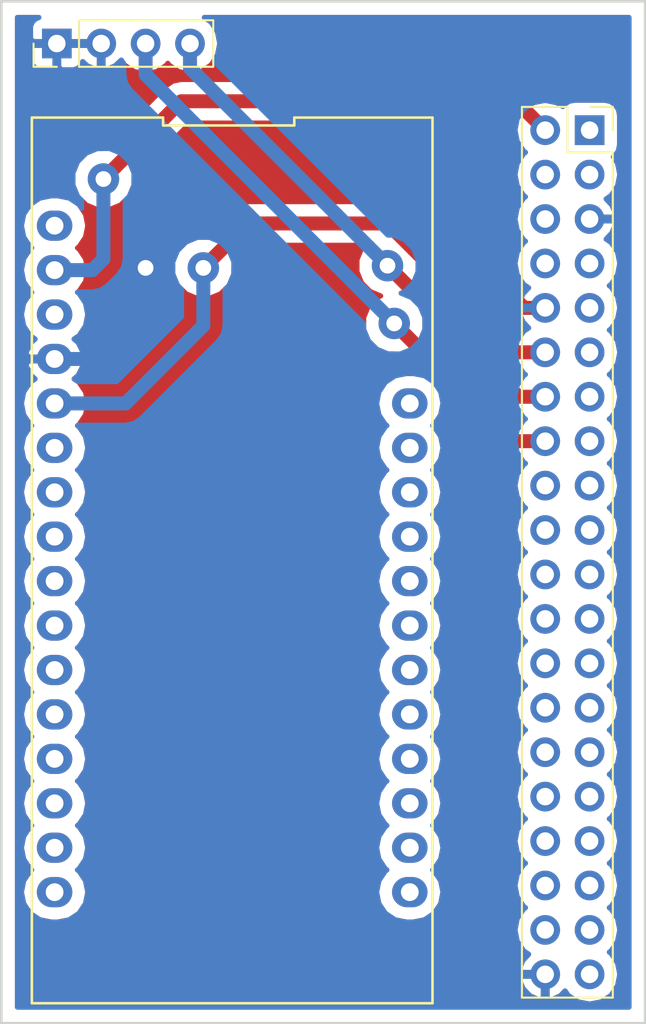
<source format=kicad_pcb>
(kicad_pcb (version 4) (host pcbnew 4.0.7-e2-6376~58~ubuntu16.04.1)

  (general
    (links 9)
    (no_connects 4)
    (area 98.984999 79.934999 135.965001 138.505001)
    (thickness 1.6)
    (drawings 4)
    (tracks 46)
    (zones 0)
    (modules 3)
    (nets 64)
  )

  (page A4)
  (layers
    (0 F.Cu signal)
    (31 B.Cu signal)
    (32 B.Adhes user)
    (33 F.Adhes user)
    (34 B.Paste user)
    (35 F.Paste user)
    (36 B.SilkS user)
    (37 F.SilkS user)
    (38 B.Mask user)
    (39 F.Mask user)
    (40 Dwgs.User user)
    (41 Cmts.User user)
    (42 Eco1.User user)
    (43 Eco2.User user)
    (44 Edge.Cuts user)
    (45 Margin user)
    (46 B.CrtYd user)
    (47 F.CrtYd user)
    (48 B.Fab user)
    (49 F.Fab user)
  )

  (setup
    (last_trace_width 0.8)
    (user_trace_width 0.4)
    (user_trace_width 0.6)
    (user_trace_width 0.8)
    (trace_clearance 0.2)
    (zone_clearance 0.7)
    (zone_45_only no)
    (trace_min 0.2)
    (segment_width 0.2)
    (edge_width 0.15)
    (via_size 1.5)
    (via_drill 0.9)
    (via_min_size 0.4)
    (via_min_drill 0.3)
    (uvia_size 0.3)
    (uvia_drill 0.1)
    (uvias_allowed no)
    (uvia_min_size 0.2)
    (uvia_min_drill 0.1)
    (pcb_text_width 0.3)
    (pcb_text_size 1.5 1.5)
    (mod_edge_width 0.15)
    (mod_text_size 1 1)
    (mod_text_width 0.15)
    (pad_size 1.524 1.524)
    (pad_drill 0.762)
    (pad_to_mask_clearance 0.2)
    (aux_axis_origin 0 0)
    (visible_elements FFFFFF7F)
    (pcbplotparams
      (layerselection 0x01030_80000001)
      (usegerberextensions false)
      (excludeedgelayer true)
      (linewidth 0.100000)
      (plotframeref false)
      (viasonmask false)
      (mode 1)
      (useauxorigin false)
      (hpglpennumber 1)
      (hpglpenspeed 20)
      (hpglpendiameter 15)
      (hpglpenoverlay 2)
      (psnegative false)
      (psa4output false)
      (plotreference true)
      (plotvalue true)
      (plotinvisibletext false)
      (padsonsilk false)
      (subtractmaskfromsilk false)
      (outputformat 1)
      (mirror false)
      (drillshape 0)
      (scaleselection 1)
      (outputdirectory generated))
  )

  (net 0 "")
  (net 1 +3V3)
  (net 2 "Net-(J1-Pad3)")
  (net 3 "Net-(J1-Pad4)")
  (net 4 GND)
  (net 5 "Net-(J1-Pad7)")
  (net 6 "Net-(J1-Pad8)")
  (net 7 "Net-(J1-Pad9)")
  (net 8 "Net-(J1-Pad11)")
  (net 9 "Net-(J1-Pad13)")
  (net 10 "Net-(J1-Pad15)")
  (net 11 "Net-(J1-Pad17)")
  (net 12 "Net-(J1-Pad18)")
  (net 13 "Net-(J1-Pad19)")
  (net 14 "Net-(J1-Pad20)")
  (net 15 "Net-(J1-Pad21)")
  (net 16 "Net-(J1-Pad22)")
  (net 17 "Net-(J1-Pad23)")
  (net 18 "Net-(J1-Pad24)")
  (net 19 "Net-(J1-Pad25)")
  (net 20 "Net-(J1-Pad26)")
  (net 21 "Net-(J1-Pad27)")
  (net 22 "Net-(J1-Pad28)")
  (net 23 "Net-(J1-Pad29)")
  (net 24 "Net-(J1-Pad30)")
  (net 25 "Net-(J1-Pad31)")
  (net 26 "Net-(J1-Pad32)")
  (net 27 "Net-(J1-Pad33)")
  (net 28 "Net-(J1-Pad34)")
  (net 29 "Net-(J1-Pad35)")
  (net 30 "Net-(J1-Pad36)")
  (net 31 "Net-(J1-Pad37)")
  (net 32 "Net-(J1-Pad38)")
  (net 33 "Net-(J1-Pad39)")
  (net 34 "Net-(U1-Pad1)")
  (net 35 "Net-(U1-Pad3)")
  (net 36 "Net-(U1-Pad28)")
  (net 37 "Net-(U1-Pad27)")
  (net 38 "Net-(U1-Pad6)")
  (net 39 "Net-(U1-Pad26)")
  (net 40 "Net-(U1-Pad7)")
  (net 41 "Net-(U1-Pad25)")
  (net 42 "Net-(U1-Pad8)")
  (net 43 "Net-(U1-Pad24)")
  (net 44 "Net-(U1-Pad9)")
  (net 45 "Net-(U1-Pad23)")
  (net 46 "Net-(U1-Pad10)")
  (net 47 "Net-(U1-Pad22)")
  (net 48 "Net-(U1-Pad11)")
  (net 49 "Net-(U1-Pad21)")
  (net 50 "Net-(U1-Pad12)")
  (net 51 "Net-(U1-Pad20)")
  (net 52 "Net-(U1-Pad13)")
  (net 53 "Net-(U1-Pad19)")
  (net 54 "Net-(U1-Pad14)")
  (net 55 "Net-(U1-Pad18)")
  (net 56 "Net-(U1-Pad15)")
  (net 57 "Net-(U1-Pad17)")
  (net 58 "Net-(U1-Pad16)")
  (net 59 "Net-(J1-Pad1)")
  (net 60 "Net-(J1-Pad6)")
  (net 61 /BCM17)
  (net 62 /BCM27)
  (net 63 /BCM22)

  (net_class Default "This is the default net class."
    (clearance 0.2)
    (trace_width 0.25)
    (via_dia 1.5)
    (via_drill 0.9)
    (uvia_dia 0.3)
    (uvia_drill 0.1)
    (add_net +3V3)
    (add_net /BCM17)
    (add_net /BCM22)
    (add_net /BCM27)
    (add_net GND)
    (add_net "Net-(J1-Pad1)")
    (add_net "Net-(J1-Pad11)")
    (add_net "Net-(J1-Pad13)")
    (add_net "Net-(J1-Pad15)")
    (add_net "Net-(J1-Pad17)")
    (add_net "Net-(J1-Pad18)")
    (add_net "Net-(J1-Pad19)")
    (add_net "Net-(J1-Pad20)")
    (add_net "Net-(J1-Pad21)")
    (add_net "Net-(J1-Pad22)")
    (add_net "Net-(J1-Pad23)")
    (add_net "Net-(J1-Pad24)")
    (add_net "Net-(J1-Pad25)")
    (add_net "Net-(J1-Pad26)")
    (add_net "Net-(J1-Pad27)")
    (add_net "Net-(J1-Pad28)")
    (add_net "Net-(J1-Pad29)")
    (add_net "Net-(J1-Pad3)")
    (add_net "Net-(J1-Pad30)")
    (add_net "Net-(J1-Pad31)")
    (add_net "Net-(J1-Pad32)")
    (add_net "Net-(J1-Pad33)")
    (add_net "Net-(J1-Pad34)")
    (add_net "Net-(J1-Pad35)")
    (add_net "Net-(J1-Pad36)")
    (add_net "Net-(J1-Pad37)")
    (add_net "Net-(J1-Pad38)")
    (add_net "Net-(J1-Pad39)")
    (add_net "Net-(J1-Pad4)")
    (add_net "Net-(J1-Pad6)")
    (add_net "Net-(J1-Pad7)")
    (add_net "Net-(J1-Pad8)")
    (add_net "Net-(J1-Pad9)")
    (add_net "Net-(U1-Pad1)")
    (add_net "Net-(U1-Pad10)")
    (add_net "Net-(U1-Pad11)")
    (add_net "Net-(U1-Pad12)")
    (add_net "Net-(U1-Pad13)")
    (add_net "Net-(U1-Pad14)")
    (add_net "Net-(U1-Pad15)")
    (add_net "Net-(U1-Pad16)")
    (add_net "Net-(U1-Pad17)")
    (add_net "Net-(U1-Pad18)")
    (add_net "Net-(U1-Pad19)")
    (add_net "Net-(U1-Pad20)")
    (add_net "Net-(U1-Pad21)")
    (add_net "Net-(U1-Pad22)")
    (add_net "Net-(U1-Pad23)")
    (add_net "Net-(U1-Pad24)")
    (add_net "Net-(U1-Pad25)")
    (add_net "Net-(U1-Pad26)")
    (add_net "Net-(U1-Pad27)")
    (add_net "Net-(U1-Pad28)")
    (add_net "Net-(U1-Pad3)")
    (add_net "Net-(U1-Pad6)")
    (add_net "Net-(U1-Pad7)")
    (add_net "Net-(U1-Pad8)")
    (add_net "Net-(U1-Pad9)")
  )

  (module conservify:feather (layer F.Cu) (tedit 59F7B7E6) (tstamp 59F7B6EB)
    (at 112.268 111.887 270)
    (path /59F7B664)
    (fp_text reference U1 (at -26.43 0 360) (layer F.SilkS) hide
      (effects (font (size 1.2 1.2) (thickness 0.15)))
    )
    (fp_text value FEATHER (at 0 0 270) (layer F.Fab) hide
      (effects (font (size 1.2 1.2) (thickness 0.15)))
    )
    (fp_line (start -25.23 11.46) (end 25.4 11.46) (layer F.SilkS) (width 0.15))
    (fp_line (start 25.4 -11.46) (end -25.23 -11.46) (layer F.SilkS) (width 0.15))
    (fp_line (start 25.4 11.46) (end 25.4 -11.46) (layer F.SilkS) (width 0.15))
    (fp_line (start -25.23 -11.46) (end -25.23 -3.553333) (layer F.SilkS) (width 0.15))
    (fp_line (start -25.23 -3.553333) (end -24.78 -3.553333) (layer F.SilkS) (width 0.15))
    (fp_line (start -24.78 -3.553333) (end -24.78 3.953333) (layer F.SilkS) (width 0.15))
    (fp_line (start -24.78 3.953333) (end -25.23 3.953333) (layer F.SilkS) (width 0.15))
    (fp_line (start -25.23 3.953333) (end -25.23 11.46) (layer F.SilkS) (width 0.15))
    (pad 1 thru_hole oval (at -19.05 10.16 270) (size 1.7272 2.032) (drill 1.016) (layers *.Cu *.Mask)
      (net 34 "Net-(U1-Pad1)"))
    (pad 2 thru_hole oval (at -16.51 10.16 270) (size 1.7272 2.032) (drill 1.016) (layers *.Cu *.Mask)
      (net 1 +3V3))
    (pad 3 thru_hole oval (at -13.97 10.16 270) (size 1.7272 2.032) (drill 1.016) (layers *.Cu *.Mask)
      (net 35 "Net-(U1-Pad3)"))
    (pad 4 thru_hole oval (at -11.43 10.16 270) (size 1.7272 2.032) (drill 1.016) (layers *.Cu *.Mask)
      (net 4 GND))
    (pad 28 thru_hole oval (at -8.89 -10.16 270) (size 1.7272 2.032) (drill 1.016) (layers *.Cu *.Mask)
      (net 36 "Net-(U1-Pad28)"))
    (pad 5 thru_hole oval (at -8.89 10.16 270) (size 1.7272 2.032) (drill 1.016) (layers *.Cu *.Mask)
      (net 61 /BCM17))
    (pad 27 thru_hole oval (at -6.35 -10.16 270) (size 1.7272 2.032) (drill 1.016) (layers *.Cu *.Mask)
      (net 37 "Net-(U1-Pad27)"))
    (pad 6 thru_hole oval (at -6.35 10.16 270) (size 1.7272 2.032) (drill 1.016) (layers *.Cu *.Mask)
      (net 38 "Net-(U1-Pad6)"))
    (pad 26 thru_hole oval (at -3.81 -10.16 270) (size 1.7272 2.032) (drill 1.016) (layers *.Cu *.Mask)
      (net 39 "Net-(U1-Pad26)"))
    (pad 7 thru_hole oval (at -3.81 10.16 270) (size 1.7272 2.032) (drill 1.016) (layers *.Cu *.Mask)
      (net 40 "Net-(U1-Pad7)"))
    (pad 25 thru_hole oval (at -1.27 -10.16 270) (size 1.7272 2.032) (drill 1.016) (layers *.Cu *.Mask)
      (net 41 "Net-(U1-Pad25)"))
    (pad 8 thru_hole oval (at -1.27 10.16 270) (size 1.7272 2.032) (drill 1.016) (layers *.Cu *.Mask)
      (net 42 "Net-(U1-Pad8)"))
    (pad 24 thru_hole oval (at 1.27 -10.16 270) (size 1.7272 2.032) (drill 1.016) (layers *.Cu *.Mask)
      (net 43 "Net-(U1-Pad24)"))
    (pad 9 thru_hole oval (at 1.27 10.16 270) (size 1.7272 2.032) (drill 1.016) (layers *.Cu *.Mask)
      (net 44 "Net-(U1-Pad9)"))
    (pad 23 thru_hole oval (at 3.81 -10.16 270) (size 1.7272 2.032) (drill 1.016) (layers *.Cu *.Mask)
      (net 45 "Net-(U1-Pad23)"))
    (pad 10 thru_hole oval (at 3.81 10.16 270) (size 1.7272 2.032) (drill 1.016) (layers *.Cu *.Mask)
      (net 46 "Net-(U1-Pad10)"))
    (pad 22 thru_hole oval (at 6.35 -10.16 270) (size 1.7272 2.032) (drill 1.016) (layers *.Cu *.Mask)
      (net 47 "Net-(U1-Pad22)"))
    (pad 11 thru_hole oval (at 6.35 10.16 270) (size 1.7272 2.032) (drill 1.016) (layers *.Cu *.Mask)
      (net 48 "Net-(U1-Pad11)"))
    (pad 21 thru_hole oval (at 8.89 -10.16 270) (size 1.7272 2.032) (drill 1.016) (layers *.Cu *.Mask)
      (net 49 "Net-(U1-Pad21)"))
    (pad 12 thru_hole oval (at 8.89 10.16 270) (size 1.7272 2.032) (drill 1.016) (layers *.Cu *.Mask)
      (net 50 "Net-(U1-Pad12)"))
    (pad 20 thru_hole oval (at 11.43 -10.16 270) (size 1.7272 2.032) (drill 1.016) (layers *.Cu *.Mask)
      (net 51 "Net-(U1-Pad20)"))
    (pad 13 thru_hole oval (at 11.43 10.16 270) (size 1.7272 2.032) (drill 1.016) (layers *.Cu *.Mask)
      (net 52 "Net-(U1-Pad13)"))
    (pad 19 thru_hole oval (at 13.97 -10.16 270) (size 1.7272 2.032) (drill 1.016) (layers *.Cu *.Mask)
      (net 53 "Net-(U1-Pad19)"))
    (pad 14 thru_hole oval (at 13.97 10.16 270) (size 1.7272 2.032) (drill 1.016) (layers *.Cu *.Mask)
      (net 54 "Net-(U1-Pad14)"))
    (pad 18 thru_hole oval (at 16.51 -10.16 270) (size 1.7272 2.032) (drill 1.016) (layers *.Cu *.Mask)
      (net 55 "Net-(U1-Pad18)"))
    (pad 15 thru_hole oval (at 16.51 10.16 270) (size 1.7272 2.032) (drill 1.016) (layers *.Cu *.Mask)
      (net 56 "Net-(U1-Pad15)"))
    (pad 17 thru_hole oval (at 19.05 -10.16 270) (size 1.7272 2.032) (drill 1.016) (layers *.Cu *.Mask)
      (net 57 "Net-(U1-Pad17)"))
    (pad 16 thru_hole oval (at 19.05 10.16 270) (size 1.7272 2.032) (drill 1.016) (layers *.Cu *.Mask)
      (net 58 "Net-(U1-Pad16)"))
  )

  (module Socket_Strips:Socket_Strip_Straight_2x20_Pitch2.54mm (layer F.Cu) (tedit 59F7B86A) (tstamp 59F7B789)
    (at 132.715 87.376)
    (descr "Through hole straight socket strip, 2x20, 2.54mm pitch, double rows")
    (tags "Through hole socket strip THT 2x20 2.54mm double row")
    (path /59F7B61E)
    (fp_text reference J1 (at -1.27 -2.33) (layer F.SilkS) hide
      (effects (font (size 1 1) (thickness 0.15)))
    )
    (fp_text value Conn_02x20_Odd_Even (at -1.27 50.59) (layer F.Fab) hide
      (effects (font (size 1 1) (thickness 0.15)))
    )
    (fp_line (start -3.81 -1.27) (end -3.81 49.53) (layer F.Fab) (width 0.1))
    (fp_line (start -3.81 49.53) (end 1.27 49.53) (layer F.Fab) (width 0.1))
    (fp_line (start 1.27 49.53) (end 1.27 -1.27) (layer F.Fab) (width 0.1))
    (fp_line (start 1.27 -1.27) (end -3.81 -1.27) (layer F.Fab) (width 0.1))
    (fp_line (start 1.33 1.27) (end 1.33 49.59) (layer F.SilkS) (width 0.12))
    (fp_line (start 1.33 49.59) (end -3.87 49.59) (layer F.SilkS) (width 0.12))
    (fp_line (start -3.87 49.59) (end -3.87 -1.33) (layer F.SilkS) (width 0.12))
    (fp_line (start -3.87 -1.33) (end -1.27 -1.33) (layer F.SilkS) (width 0.12))
    (fp_line (start -1.27 -1.33) (end -1.27 1.27) (layer F.SilkS) (width 0.12))
    (fp_line (start -1.27 1.27) (end 1.33 1.27) (layer F.SilkS) (width 0.12))
    (fp_line (start 1.33 0) (end 1.33 -1.33) (layer F.SilkS) (width 0.12))
    (fp_line (start 1.33 -1.33) (end 0.06 -1.33) (layer F.SilkS) (width 0.12))
    (fp_line (start -4.35 -1.8) (end -4.35 50.05) (layer F.CrtYd) (width 0.05))
    (fp_line (start -4.35 50.05) (end 1.8 50.05) (layer F.CrtYd) (width 0.05))
    (fp_line (start 1.8 50.05) (end 1.8 -1.8) (layer F.CrtYd) (width 0.05))
    (fp_line (start 1.8 -1.8) (end -4.35 -1.8) (layer F.CrtYd) (width 0.05))
    (fp_text user %R (at -1.27 -2.33) (layer F.Fab) hide
      (effects (font (size 1 1) (thickness 0.15)))
    )
    (pad 1 thru_hole rect (at 0 0) (size 1.7 1.7) (drill 1) (layers *.Cu *.Mask)
      (net 59 "Net-(J1-Pad1)"))
    (pad 2 thru_hole oval (at -2.54 0) (size 1.7 1.7) (drill 1) (layers *.Cu *.Mask)
      (net 1 +3V3))
    (pad 3 thru_hole oval (at 0 2.54) (size 1.7 1.7) (drill 1) (layers *.Cu *.Mask)
      (net 2 "Net-(J1-Pad3)"))
    (pad 4 thru_hole oval (at -2.54 2.54) (size 1.7 1.7) (drill 1) (layers *.Cu *.Mask)
      (net 3 "Net-(J1-Pad4)"))
    (pad 5 thru_hole oval (at 0 5.08) (size 1.7 1.7) (drill 1) (layers *.Cu *.Mask)
      (net 4 GND))
    (pad 6 thru_hole oval (at -2.54 5.08) (size 1.7 1.7) (drill 1) (layers *.Cu *.Mask)
      (net 60 "Net-(J1-Pad6)"))
    (pad 7 thru_hole oval (at 0 7.62) (size 1.7 1.7) (drill 1) (layers *.Cu *.Mask)
      (net 5 "Net-(J1-Pad7)"))
    (pad 8 thru_hole oval (at -2.54 7.62) (size 1.7 1.7) (drill 1) (layers *.Cu *.Mask)
      (net 6 "Net-(J1-Pad8)"))
    (pad 9 thru_hole oval (at 0 10.16) (size 1.7 1.7) (drill 1) (layers *.Cu *.Mask)
      (net 7 "Net-(J1-Pad9)"))
    (pad 10 thru_hole oval (at -2.54 10.16) (size 1.7 1.7) (drill 1) (layers *.Cu *.Mask)
      (net 4 GND))
    (pad 11 thru_hole oval (at 0 12.7) (size 1.7 1.7) (drill 1) (layers *.Cu *.Mask)
      (net 8 "Net-(J1-Pad11)"))
    (pad 12 thru_hole oval (at -2.54 12.7) (size 1.7 1.7) (drill 1) (layers *.Cu *.Mask)
      (net 61 /BCM17))
    (pad 13 thru_hole oval (at 0 15.24) (size 1.7 1.7) (drill 1) (layers *.Cu *.Mask)
      (net 9 "Net-(J1-Pad13)"))
    (pad 14 thru_hole oval (at -2.54 15.24) (size 1.7 1.7) (drill 1) (layers *.Cu *.Mask)
      (net 62 /BCM27))
    (pad 15 thru_hole oval (at 0 17.78) (size 1.7 1.7) (drill 1) (layers *.Cu *.Mask)
      (net 10 "Net-(J1-Pad15)"))
    (pad 16 thru_hole oval (at -2.54 17.78) (size 1.7 1.7) (drill 1) (layers *.Cu *.Mask)
      (net 63 /BCM22))
    (pad 17 thru_hole oval (at 0 20.32) (size 1.7 1.7) (drill 1) (layers *.Cu *.Mask)
      (net 11 "Net-(J1-Pad17)"))
    (pad 18 thru_hole oval (at -2.54 20.32) (size 1.7 1.7) (drill 1) (layers *.Cu *.Mask)
      (net 12 "Net-(J1-Pad18)"))
    (pad 19 thru_hole oval (at 0 22.86) (size 1.7 1.7) (drill 1) (layers *.Cu *.Mask)
      (net 13 "Net-(J1-Pad19)"))
    (pad 20 thru_hole oval (at -2.54 22.86) (size 1.7 1.7) (drill 1) (layers *.Cu *.Mask)
      (net 14 "Net-(J1-Pad20)"))
    (pad 21 thru_hole oval (at 0 25.4) (size 1.7 1.7) (drill 1) (layers *.Cu *.Mask)
      (net 15 "Net-(J1-Pad21)"))
    (pad 22 thru_hole oval (at -2.54 25.4) (size 1.7 1.7) (drill 1) (layers *.Cu *.Mask)
      (net 16 "Net-(J1-Pad22)"))
    (pad 23 thru_hole oval (at 0 27.94) (size 1.7 1.7) (drill 1) (layers *.Cu *.Mask)
      (net 17 "Net-(J1-Pad23)"))
    (pad 24 thru_hole oval (at -2.54 27.94) (size 1.7 1.7) (drill 1) (layers *.Cu *.Mask)
      (net 18 "Net-(J1-Pad24)"))
    (pad 25 thru_hole oval (at 0 30.48) (size 1.7 1.7) (drill 1) (layers *.Cu *.Mask)
      (net 19 "Net-(J1-Pad25)"))
    (pad 26 thru_hole oval (at -2.54 30.48) (size 1.7 1.7) (drill 1) (layers *.Cu *.Mask)
      (net 20 "Net-(J1-Pad26)"))
    (pad 27 thru_hole oval (at 0 33.02) (size 1.7 1.7) (drill 1) (layers *.Cu *.Mask)
      (net 21 "Net-(J1-Pad27)"))
    (pad 28 thru_hole oval (at -2.54 33.02) (size 1.7 1.7) (drill 1) (layers *.Cu *.Mask)
      (net 22 "Net-(J1-Pad28)"))
    (pad 29 thru_hole oval (at 0 35.56) (size 1.7 1.7) (drill 1) (layers *.Cu *.Mask)
      (net 23 "Net-(J1-Pad29)"))
    (pad 30 thru_hole oval (at -2.54 35.56) (size 1.7 1.7) (drill 1) (layers *.Cu *.Mask)
      (net 24 "Net-(J1-Pad30)"))
    (pad 31 thru_hole oval (at 0 38.1) (size 1.7 1.7) (drill 1) (layers *.Cu *.Mask)
      (net 25 "Net-(J1-Pad31)"))
    (pad 32 thru_hole oval (at -2.54 38.1) (size 1.7 1.7) (drill 1) (layers *.Cu *.Mask)
      (net 26 "Net-(J1-Pad32)"))
    (pad 33 thru_hole oval (at 0 40.64) (size 1.7 1.7) (drill 1) (layers *.Cu *.Mask)
      (net 27 "Net-(J1-Pad33)"))
    (pad 34 thru_hole oval (at -2.54 40.64) (size 1.7 1.7) (drill 1) (layers *.Cu *.Mask)
      (net 28 "Net-(J1-Pad34)"))
    (pad 35 thru_hole oval (at 0 43.18) (size 1.7 1.7) (drill 1) (layers *.Cu *.Mask)
      (net 29 "Net-(J1-Pad35)"))
    (pad 36 thru_hole oval (at -2.54 43.18) (size 1.7 1.7) (drill 1) (layers *.Cu *.Mask)
      (net 30 "Net-(J1-Pad36)"))
    (pad 37 thru_hole oval (at 0 45.72) (size 1.7 1.7) (drill 1) (layers *.Cu *.Mask)
      (net 31 "Net-(J1-Pad37)"))
    (pad 38 thru_hole oval (at -2.54 45.72) (size 1.7 1.7) (drill 1) (layers *.Cu *.Mask)
      (net 32 "Net-(J1-Pad38)"))
    (pad 39 thru_hole oval (at 0 48.26) (size 1.7 1.7) (drill 1) (layers *.Cu *.Mask)
      (net 33 "Net-(J1-Pad39)"))
    (pad 40 thru_hole oval (at -2.54 48.26) (size 1.7 1.7) (drill 1) (layers *.Cu *.Mask)
      (net 4 GND))
    (model ${KISYS3DMOD}/Socket_Strips.3dshapes/Socket_Strip_Straight_2x20_Pitch2.54mm.wrl
      (at (xyz -0.05 -0.95 0))
      (scale (xyz 1 1 1))
      (rotate (xyz 0 0 270))
    )
  )

  (module Socket_Strips:Socket_Strip_Straight_1x04_Pitch2.54mm (layer F.Cu) (tedit 59F8BE3B) (tstamp 59F8BE2D)
    (at 102.235 82.423 90)
    (descr "Through hole straight socket strip, 1x04, 2.54mm pitch, single row")
    (tags "Through hole socket strip THT 1x04 2.54mm single row")
    (path /59F8BE1B)
    (fp_text reference J2 (at 0 -2.33 90) (layer F.SilkS) hide
      (effects (font (size 1 1) (thickness 0.15)))
    )
    (fp_text value Conn_01x04 (at 0 9.95 90) (layer F.Fab) hide
      (effects (font (size 1 1) (thickness 0.15)))
    )
    (fp_line (start -1.27 -1.27) (end -1.27 8.89) (layer F.Fab) (width 0.1))
    (fp_line (start -1.27 8.89) (end 1.27 8.89) (layer F.Fab) (width 0.1))
    (fp_line (start 1.27 8.89) (end 1.27 -1.27) (layer F.Fab) (width 0.1))
    (fp_line (start 1.27 -1.27) (end -1.27 -1.27) (layer F.Fab) (width 0.1))
    (fp_line (start -1.33 1.27) (end -1.33 8.95) (layer F.SilkS) (width 0.12))
    (fp_line (start -1.33 8.95) (end 1.33 8.95) (layer F.SilkS) (width 0.12))
    (fp_line (start 1.33 8.95) (end 1.33 1.27) (layer F.SilkS) (width 0.12))
    (fp_line (start 1.33 1.27) (end -1.33 1.27) (layer F.SilkS) (width 0.12))
    (fp_line (start -1.33 0) (end -1.33 -1.33) (layer F.SilkS) (width 0.12))
    (fp_line (start -1.33 -1.33) (end 0 -1.33) (layer F.SilkS) (width 0.12))
    (fp_line (start -1.8 -1.8) (end -1.8 9.4) (layer F.CrtYd) (width 0.05))
    (fp_line (start -1.8 9.4) (end 1.8 9.4) (layer F.CrtYd) (width 0.05))
    (fp_line (start 1.8 9.4) (end 1.8 -1.8) (layer F.CrtYd) (width 0.05))
    (fp_line (start 1.8 -1.8) (end -1.8 -1.8) (layer F.CrtYd) (width 0.05))
    (fp_text user %R (at 0 -2.33 90) (layer F.Fab) hide
      (effects (font (size 1 1) (thickness 0.15)))
    )
    (pad 1 thru_hole rect (at 0 0 90) (size 1.7 1.7) (drill 1) (layers *.Cu *.Mask)
      (net 4 GND))
    (pad 2 thru_hole oval (at 0 2.54 90) (size 1.7 1.7) (drill 1) (layers *.Cu *.Mask)
      (net 4 GND))
    (pad 3 thru_hole oval (at 0 5.08 90) (size 1.7 1.7) (drill 1) (layers *.Cu *.Mask)
      (net 63 /BCM22))
    (pad 4 thru_hole oval (at 0 7.62 90) (size 1.7 1.7) (drill 1) (layers *.Cu *.Mask)
      (net 62 /BCM27))
    (model ${KISYS3DMOD}/Socket_Strips.3dshapes/Socket_Strip_Straight_1x04_Pitch2.54mm.wrl
      (at (xyz 0 -0.15 0))
      (scale (xyz 1 1 1))
      (rotate (xyz 0 0 270))
    )
  )

  (gr_line (start 99.06 138.43) (end 99.06 80.01) (layer Edge.Cuts) (width 0.15))
  (gr_line (start 135.89 138.43) (end 99.06 138.43) (layer Edge.Cuts) (width 0.15))
  (gr_line (start 135.89 80.01) (end 135.89 138.43) (layer Edge.Cuts) (width 0.15))
  (gr_line (start 99.06 80.01) (end 135.89 80.01) (layer Edge.Cuts) (width 0.15))

  (segment (start 104.902 94.742) (end 104.267 95.377) (width 0.8) (layer B.Cu) (net 1))
  (segment (start 104.267 95.377) (end 102.108 95.377) (width 0.8) (layer B.Cu) (net 1))
  (segment (start 104.902 90.17) (end 104.902 94.742) (width 0.8) (layer B.Cu) (net 1))
  (segment (start 128.524 85.725) (end 109.347 85.725) (width 0.8) (layer F.Cu) (net 1))
  (segment (start 109.347 85.725) (end 104.902 90.17) (width 0.8) (layer F.Cu) (net 1))
  (via (at 104.902 90.17) (size 1.8) (drill 0.9) (layers F.Cu B.Cu) (net 1))
  (segment (start 129.325001 86.526001) (end 128.524 85.725) (width 0.8) (layer F.Cu) (net 1))
  (segment (start 130.175 87.376) (end 129.325001 86.526001) (width 0.8) (layer F.Cu) (net 1))
  (segment (start 102.2604 95.377) (end 102.108 95.377) (width 0.6) (layer B.Cu) (net 1))
  (segment (start 107.315 95.25) (end 107.315 97.155) (width 0.8) (layer B.Cu) (net 4))
  (segment (start 107.315 97.155) (end 104.013 100.457) (width 0.8) (layer B.Cu) (net 4))
  (segment (start 104.013 100.457) (end 102.108 100.457) (width 0.8) (layer B.Cu) (net 4))
  (segment (start 122.241919 90.805) (end 111.76 90.805) (width 0.8) (layer F.Cu) (net 4))
  (segment (start 111.76 90.805) (end 107.315 95.25) (width 0.8) (layer F.Cu) (net 4))
  (via (at 107.315 95.25) (size 1.8) (drill 0.9) (layers F.Cu B.Cu) (net 4))
  (segment (start 130.175 97.536) (end 128.972919 97.536) (width 0.8) (layer F.Cu) (net 4))
  (segment (start 128.972919 97.536) (end 122.241919 90.805) (width 0.8) (layer F.Cu) (net 4))
  (segment (start 102.2604 100.457) (end 102.108 100.457) (width 0.6) (layer B.Cu) (net 4))
  (segment (start 114.935 92.71) (end 121.158 92.71) (width 0.8) (layer F.Cu) (net 61))
  (segment (start 128.524 100.076) (end 130.175 100.076) (width 0.8) (layer F.Cu) (net 61))
  (segment (start 121.158 92.71) (end 128.524 100.076) (width 0.8) (layer F.Cu) (net 61))
  (segment (start 110.617 98.552) (end 106.172 102.997) (width 0.8) (layer B.Cu) (net 61))
  (segment (start 110.617 95.25) (end 110.617 96.31066) (width 0.8) (layer B.Cu) (net 61))
  (segment (start 110.617 96.31066) (end 110.617 98.552) (width 0.8) (layer B.Cu) (net 61))
  (segment (start 114.3 92.71) (end 114.935 92.71) (width 0.8) (layer F.Cu) (net 61))
  (segment (start 113.157 92.71) (end 110.617 95.25) (width 0.8) (layer F.Cu) (net 61))
  (via (at 110.617 95.25) (size 1.8) (drill 0.9) (layers F.Cu B.Cu) (net 61))
  (segment (start 114.935 92.71) (end 113.157 92.71) (width 0.8) (layer F.Cu) (net 61))
  (segment (start 102.108 102.997) (end 106.172 102.997) (width 0.8) (layer B.Cu) (net 61))
  (segment (start 102.2604 102.997) (end 102.108 102.997) (width 0.6) (layer B.Cu) (net 61))
  (segment (start 124.714 98.683204) (end 121.153796 95.123) (width 0.8) (layer F.Cu) (net 62))
  (segment (start 130.175 102.616) (end 128.646796 102.616) (width 0.8) (layer F.Cu) (net 62))
  (segment (start 128.646796 102.616) (end 124.714 98.683204) (width 0.8) (layer F.Cu) (net 62))
  (segment (start 121.153796 95.123) (end 109.855 83.824204) (width 0.8) (layer B.Cu) (net 62))
  (via (at 121.153796 95.123) (size 1.8) (drill 0.9) (layers F.Cu B.Cu) (net 62))
  (segment (start 109.855 83.824204) (end 109.855 82.423) (width 0.8) (layer B.Cu) (net 62))
  (segment (start 130.175 105.156) (end 128.27 105.156) (width 0.8) (layer F.Cu) (net 63))
  (segment (start 121.539 98.425) (end 124.587 101.473) (width 0.8) (layer F.Cu) (net 63))
  (segment (start 128.27 105.156) (end 124.587 101.473) (width 0.8) (layer F.Cu) (net 63))
  (segment (start 120.142 97.028) (end 121.539 98.425) (width 0.8) (layer B.Cu) (net 63))
  (via (at 121.539 98.425) (size 1.8) (drill 0.9) (layers F.Cu B.Cu) (net 63))
  (segment (start 120.142 97.028) (end 107.315 84.201) (width 0.8) (layer B.Cu) (net 63))
  (segment (start 107.315 84.201) (end 107.315 82.423) (width 0.8) (layer B.Cu) (net 63))
  (segment (start 107.442 82.423) (end 107.315 82.423) (width 0.8) (layer B.Cu) (net 63))
  (segment (start 107.315 82.55) (end 107.315 82.423) (width 0.6) (layer B.Cu) (net 63))
  (segment (start 129.921 105.156) (end 130.175 105.156) (width 0.6) (layer F.Cu) (net 63))

  (zone (net 4) (net_name GND) (layer B.Cu) (tstamp 59F7B90A) (hatch edge 0.508)
    (connect_pads (clearance 0.7))
    (min_thickness 0.3)
    (fill yes (arc_segments 16) (thermal_gap 0.508) (thermal_bridge_width 0.508))
    (polygon
      (pts
        (xy 135.89 138.43) (xy 99.06 138.43) (xy 99.06 80.264) (xy 135.89 80.264)
      )
    )
    (filled_polygon
      (pts
        (xy 101.012273 81.015175) (xy 100.827174 81.200273) (xy 100.727 81.442116) (xy 100.727 82.1545) (xy 100.8915 82.319)
        (xy 102.131 82.319) (xy 102.131 82.299) (xy 102.339 82.299) (xy 102.339 82.319) (xy 104.671 82.319)
        (xy 104.671 82.299) (xy 104.879 82.299) (xy 104.879 82.319) (xy 104.899 82.319) (xy 104.899 82.527)
        (xy 104.879 82.527) (xy 104.879 83.762469) (xy 105.113061 83.892619) (xy 105.575137 83.701228) (xy 105.92272 83.373735)
        (xy 106.065 83.586672) (xy 106.065 84.201) (xy 106.160151 84.679354) (xy 106.431117 85.084883) (xy 119.258116 97.911883)
        (xy 119.258119 97.911885) (xy 119.788983 98.44275) (xy 119.788696 98.771569) (xy 120.054557 99.415001) (xy 120.54641 99.907713)
        (xy 121.189376 100.174696) (xy 121.885569 100.175304) (xy 122.529001 99.909443) (xy 123.021713 99.41759) (xy 123.288696 98.774624)
        (xy 123.289304 98.078431) (xy 123.023443 97.434999) (xy 122.53159 96.942287) (xy 121.93398 96.694138) (xy 122.143797 96.607443)
        (xy 122.636509 96.11559) (xy 122.903492 95.472624) (xy 122.9041 94.776431) (xy 122.638239 94.132999) (xy 122.146386 93.640287)
        (xy 121.50342 93.373304) (xy 121.171577 93.373014) (xy 115.174563 87.376) (xy 128.441695 87.376) (xy 128.5711 88.026562)
        (xy 128.939613 88.578082) (xy 129.04126 88.646) (xy 128.939613 88.713918) (xy 128.5711 89.265438) (xy 128.441695 89.916)
        (xy 128.5711 90.566562) (xy 128.939613 91.118082) (xy 129.04126 91.186) (xy 128.939613 91.253918) (xy 128.5711 91.805438)
        (xy 128.441695 92.456) (xy 128.5711 93.106562) (xy 128.939613 93.658082) (xy 129.04126 93.726) (xy 128.939613 93.793918)
        (xy 128.5711 94.345438) (xy 128.441695 94.996) (xy 128.5711 95.646562) (xy 128.939613 96.198082) (xy 129.224265 96.38828)
        (xy 128.896772 96.735863) (xy 128.705381 97.197939) (xy 128.835531 97.432) (xy 130.071 97.432) (xy 130.071 97.412)
        (xy 130.279 97.412) (xy 130.279 97.432) (xy 130.299 97.432) (xy 130.299 97.64) (xy 130.279 97.64)
        (xy 130.279 97.66) (xy 130.071 97.66) (xy 130.071 97.64) (xy 128.835531 97.64) (xy 128.705381 97.874061)
        (xy 128.896772 98.336137) (xy 129.224265 98.68372) (xy 128.939613 98.873918) (xy 128.5711 99.425438) (xy 128.441695 100.076)
        (xy 128.5711 100.726562) (xy 128.939613 101.278082) (xy 129.04126 101.346) (xy 128.939613 101.413918) (xy 128.5711 101.965438)
        (xy 128.441695 102.616) (xy 128.5711 103.266562) (xy 128.939613 103.818082) (xy 129.04126 103.886) (xy 128.939613 103.953918)
        (xy 128.5711 104.505438) (xy 128.441695 105.156) (xy 128.5711 105.806562) (xy 128.939613 106.358082) (xy 129.04126 106.426)
        (xy 128.939613 106.493918) (xy 128.5711 107.045438) (xy 128.441695 107.696) (xy 128.5711 108.346562) (xy 128.939613 108.898082)
        (xy 129.04126 108.966) (xy 128.939613 109.033918) (xy 128.5711 109.585438) (xy 128.441695 110.236) (xy 128.5711 110.886562)
        (xy 128.939613 111.438082) (xy 129.04126 111.506) (xy 128.939613 111.573918) (xy 128.5711 112.125438) (xy 128.441695 112.776)
        (xy 128.5711 113.426562) (xy 128.939613 113.978082) (xy 129.04126 114.046) (xy 128.939613 114.113918) (xy 128.5711 114.665438)
        (xy 128.441695 115.316) (xy 128.5711 115.966562) (xy 128.939613 116.518082) (xy 129.04126 116.586) (xy 128.939613 116.653918)
        (xy 128.5711 117.205438) (xy 128.441695 117.856) (xy 128.5711 118.506562) (xy 128.939613 119.058082) (xy 129.04126 119.126)
        (xy 128.939613 119.193918) (xy 128.5711 119.745438) (xy 128.441695 120.396) (xy 128.5711 121.046562) (xy 128.939613 121.598082)
        (xy 129.04126 121.666) (xy 128.939613 121.733918) (xy 128.5711 122.285438) (xy 128.441695 122.936) (xy 128.5711 123.586562)
        (xy 128.939613 124.138082) (xy 129.04126 124.206) (xy 128.939613 124.273918) (xy 128.5711 124.825438) (xy 128.441695 125.476)
        (xy 128.5711 126.126562) (xy 128.939613 126.678082) (xy 129.04126 126.746) (xy 128.939613 126.813918) (xy 128.5711 127.365438)
        (xy 128.441695 128.016) (xy 128.5711 128.666562) (xy 128.939613 129.218082) (xy 129.04126 129.286) (xy 128.939613 129.353918)
        (xy 128.5711 129.905438) (xy 128.441695 130.556) (xy 128.5711 131.206562) (xy 128.939613 131.758082) (xy 129.04126 131.826)
        (xy 128.939613 131.893918) (xy 128.5711 132.445438) (xy 128.441695 133.096) (xy 128.5711 133.746562) (xy 128.939613 134.298082)
        (xy 129.224265 134.48828) (xy 128.896772 134.835863) (xy 128.705381 135.297939) (xy 128.835531 135.532) (xy 130.071 135.532)
        (xy 130.071 135.512) (xy 130.279 135.512) (xy 130.279 135.532) (xy 130.299 135.532) (xy 130.299 135.74)
        (xy 130.279 135.74) (xy 130.279 136.975917) (xy 130.513062 137.105626) (xy 131.04973 136.864387) (xy 131.31153 136.586527)
        (xy 131.479613 136.838082) (xy 132.031133 137.206595) (xy 132.681695 137.336) (xy 132.748305 137.336) (xy 133.398867 137.206595)
        (xy 133.950387 136.838082) (xy 134.3189 136.286562) (xy 134.448305 135.636) (xy 134.3189 134.985438) (xy 133.950387 134.433918)
        (xy 133.84874 134.366) (xy 133.950387 134.298082) (xy 134.3189 133.746562) (xy 134.448305 133.096) (xy 134.3189 132.445438)
        (xy 133.950387 131.893918) (xy 133.84874 131.826) (xy 133.950387 131.758082) (xy 134.3189 131.206562) (xy 134.448305 130.556)
        (xy 134.3189 129.905438) (xy 133.950387 129.353918) (xy 133.84874 129.286) (xy 133.950387 129.218082) (xy 134.3189 128.666562)
        (xy 134.448305 128.016) (xy 134.3189 127.365438) (xy 133.950387 126.813918) (xy 133.84874 126.746) (xy 133.950387 126.678082)
        (xy 134.3189 126.126562) (xy 134.448305 125.476) (xy 134.3189 124.825438) (xy 133.950387 124.273918) (xy 133.84874 124.206)
        (xy 133.950387 124.138082) (xy 134.3189 123.586562) (xy 134.448305 122.936) (xy 134.3189 122.285438) (xy 133.950387 121.733918)
        (xy 133.84874 121.666) (xy 133.950387 121.598082) (xy 134.3189 121.046562) (xy 134.448305 120.396) (xy 134.3189 119.745438)
        (xy 133.950387 119.193918) (xy 133.84874 119.126) (xy 133.950387 119.058082) (xy 134.3189 118.506562) (xy 134.448305 117.856)
        (xy 134.3189 117.205438) (xy 133.950387 116.653918) (xy 133.84874 116.586) (xy 133.950387 116.518082) (xy 134.3189 115.966562)
        (xy 134.448305 115.316) (xy 134.3189 114.665438) (xy 133.950387 114.113918) (xy 133.84874 114.046) (xy 133.950387 113.978082)
        (xy 134.3189 113.426562) (xy 134.448305 112.776) (xy 134.3189 112.125438) (xy 133.950387 111.573918) (xy 133.84874 111.506)
        (xy 133.950387 111.438082) (xy 134.3189 110.886562) (xy 134.448305 110.236) (xy 134.3189 109.585438) (xy 133.950387 109.033918)
        (xy 133.84874 108.966) (xy 133.950387 108.898082) (xy 134.3189 108.346562) (xy 134.448305 107.696) (xy 134.3189 107.045438)
        (xy 133.950387 106.493918) (xy 133.84874 106.426) (xy 133.950387 106.358082) (xy 134.3189 105.806562) (xy 134.448305 105.156)
        (xy 134.3189 104.505438) (xy 133.950387 103.953918) (xy 133.84874 103.886) (xy 133.950387 103.818082) (xy 134.3189 103.266562)
        (xy 134.448305 102.616) (xy 134.3189 101.965438) (xy 133.950387 101.413918) (xy 133.84874 101.346) (xy 133.950387 101.278082)
        (xy 134.3189 100.726562) (xy 134.448305 100.076) (xy 134.3189 99.425438) (xy 133.950387 98.873918) (xy 133.84874 98.806)
        (xy 133.950387 98.738082) (xy 134.3189 98.186562) (xy 134.448305 97.536) (xy 134.3189 96.885438) (xy 133.950387 96.333918)
        (xy 133.84874 96.266) (xy 133.950387 96.198082) (xy 134.3189 95.646562) (xy 134.448305 94.996) (xy 134.3189 94.345438)
        (xy 133.950387 93.793918) (xy 133.665735 93.60372) (xy 133.993228 93.256137) (xy 134.184619 92.794061) (xy 134.054469 92.56)
        (xy 132.819 92.56) (xy 132.819 92.58) (xy 132.611 92.58) (xy 132.611 92.56) (xy 132.591 92.56)
        (xy 132.591 92.352) (xy 132.611 92.352) (xy 132.611 92.332) (xy 132.819 92.332) (xy 132.819 92.352)
        (xy 134.054469 92.352) (xy 134.184619 92.117939) (xy 133.993228 91.655863) (xy 133.665735 91.30828) (xy 133.950387 91.118082)
        (xy 134.3189 90.566562) (xy 134.448305 89.916) (xy 134.3189 89.265438) (xy 134.078496 88.905648) (xy 134.169291 88.847223)
        (xy 134.363372 88.563176) (xy 134.431652 88.226) (xy 134.431652 86.526) (xy 134.372382 86.211009) (xy 134.186223 85.921709)
        (xy 133.902176 85.727628) (xy 133.565 85.659348) (xy 131.865 85.659348) (xy 131.550009 85.718618) (xy 131.260709 85.904777)
        (xy 131.18137 86.020894) (xy 130.858867 85.805405) (xy 130.208305 85.676) (xy 130.141695 85.676) (xy 129.491133 85.805405)
        (xy 128.939613 86.173918) (xy 128.5711 86.725438) (xy 128.441695 87.376) (xy 115.174563 87.376) (xy 111.217246 83.418684)
        (xy 111.425595 83.106867) (xy 111.555 82.456305) (xy 111.555 82.389695) (xy 111.425595 81.739133) (xy 111.057082 81.187613)
        (xy 110.679019 80.935) (xy 134.965 80.935) (xy 134.965 137.505) (xy 99.985 137.505) (xy 99.985 135.974061)
        (xy 128.705381 135.974061) (xy 128.896772 136.436137) (xy 129.30027 136.864387) (xy 129.836938 137.105626) (xy 130.071 136.975917)
        (xy 130.071 135.74) (xy 128.835531 135.74) (xy 128.705381 135.974061) (xy 99.985 135.974061) (xy 99.985 102.997)
        (xy 100.205443 102.997) (xy 100.335883 103.652766) (xy 100.707345 104.208698) (xy 100.7946 104.267) (xy 100.707345 104.325302)
        (xy 100.335883 104.881234) (xy 100.205443 105.537) (xy 100.335883 106.192766) (xy 100.707345 106.748698) (xy 100.7946 106.807)
        (xy 100.707345 106.865302) (xy 100.335883 107.421234) (xy 100.205443 108.077) (xy 100.335883 108.732766) (xy 100.707345 109.288698)
        (xy 100.7946 109.347) (xy 100.707345 109.405302) (xy 100.335883 109.961234) (xy 100.205443 110.617) (xy 100.335883 111.272766)
        (xy 100.707345 111.828698) (xy 100.7946 111.887) (xy 100.707345 111.945302) (xy 100.335883 112.501234) (xy 100.205443 113.157)
        (xy 100.335883 113.812766) (xy 100.707345 114.368698) (xy 100.7946 114.427) (xy 100.707345 114.485302) (xy 100.335883 115.041234)
        (xy 100.205443 115.697) (xy 100.335883 116.352766) (xy 100.707345 116.908698) (xy 100.7946 116.967) (xy 100.707345 117.025302)
        (xy 100.335883 117.581234) (xy 100.205443 118.237) (xy 100.335883 118.892766) (xy 100.707345 119.448698) (xy 100.7946 119.507)
        (xy 100.707345 119.565302) (xy 100.335883 120.121234) (xy 100.205443 120.777) (xy 100.335883 121.432766) (xy 100.707345 121.988698)
        (xy 100.7946 122.047) (xy 100.707345 122.105302) (xy 100.335883 122.661234) (xy 100.205443 123.317) (xy 100.335883 123.972766)
        (xy 100.707345 124.528698) (xy 100.7946 124.587) (xy 100.707345 124.645302) (xy 100.335883 125.201234) (xy 100.205443 125.857)
        (xy 100.335883 126.512766) (xy 100.707345 127.068698) (xy 100.7946 127.127) (xy 100.707345 127.185302) (xy 100.335883 127.741234)
        (xy 100.205443 128.397) (xy 100.335883 129.052766) (xy 100.707345 129.608698) (xy 100.7946 129.667) (xy 100.707345 129.725302)
        (xy 100.335883 130.281234) (xy 100.205443 130.937) (xy 100.335883 131.592766) (xy 100.707345 132.148698) (xy 101.263277 132.52016)
        (xy 101.919043 132.6506) (xy 102.296957 132.6506) (xy 102.952723 132.52016) (xy 103.508655 132.148698) (xy 103.880117 131.592766)
        (xy 104.010557 130.937) (xy 103.880117 130.281234) (xy 103.508655 129.725302) (xy 103.4214 129.667) (xy 103.508655 129.608698)
        (xy 103.880117 129.052766) (xy 104.010557 128.397) (xy 103.880117 127.741234) (xy 103.508655 127.185302) (xy 103.4214 127.127)
        (xy 103.508655 127.068698) (xy 103.880117 126.512766) (xy 104.010557 125.857) (xy 103.880117 125.201234) (xy 103.508655 124.645302)
        (xy 103.4214 124.587) (xy 103.508655 124.528698) (xy 103.880117 123.972766) (xy 104.010557 123.317) (xy 103.880117 122.661234)
        (xy 103.508655 122.105302) (xy 103.4214 122.047) (xy 103.508655 121.988698) (xy 103.880117 121.432766) (xy 104.010557 120.777)
        (xy 103.880117 120.121234) (xy 103.508655 119.565302) (xy 103.4214 119.507) (xy 103.508655 119.448698) (xy 103.880117 118.892766)
        (xy 104.010557 118.237) (xy 103.880117 117.581234) (xy 103.508655 117.025302) (xy 103.4214 116.967) (xy 103.508655 116.908698)
        (xy 103.880117 116.352766) (xy 104.010557 115.697) (xy 103.880117 115.041234) (xy 103.508655 114.485302) (xy 103.4214 114.427)
        (xy 103.508655 114.368698) (xy 103.880117 113.812766) (xy 104.010557 113.157) (xy 103.880117 112.501234) (xy 103.508655 111.945302)
        (xy 103.4214 111.887) (xy 103.508655 111.828698) (xy 103.880117 111.272766) (xy 104.010557 110.617) (xy 103.880117 109.961234)
        (xy 103.508655 109.405302) (xy 103.4214 109.347) (xy 103.508655 109.288698) (xy 103.880117 108.732766) (xy 104.010557 108.077)
        (xy 103.880117 107.421234) (xy 103.508655 106.865302) (xy 103.4214 106.807) (xy 103.508655 106.748698) (xy 103.880117 106.192766)
        (xy 104.010557 105.537) (xy 103.880117 104.881234) (xy 103.508655 104.325302) (xy 103.4214 104.267) (xy 103.451332 104.247)
        (xy 106.172 104.247) (xy 106.650354 104.151849) (xy 107.055883 103.880883) (xy 107.939766 102.997) (xy 120.525443 102.997)
        (xy 120.655883 103.652766) (xy 121.027345 104.208698) (xy 121.1146 104.267) (xy 121.027345 104.325302) (xy 120.655883 104.881234)
        (xy 120.525443 105.537) (xy 120.655883 106.192766) (xy 121.027345 106.748698) (xy 121.1146 106.807) (xy 121.027345 106.865302)
        (xy 120.655883 107.421234) (xy 120.525443 108.077) (xy 120.655883 108.732766) (xy 121.027345 109.288698) (xy 121.1146 109.347)
        (xy 121.027345 109.405302) (xy 120.655883 109.961234) (xy 120.525443 110.617) (xy 120.655883 111.272766) (xy 121.027345 111.828698)
        (xy 121.1146 111.887) (xy 121.027345 111.945302) (xy 120.655883 112.501234) (xy 120.525443 113.157) (xy 120.655883 113.812766)
        (xy 121.027345 114.368698) (xy 121.1146 114.427) (xy 121.027345 114.485302) (xy 120.655883 115.041234) (xy 120.525443 115.697)
        (xy 120.655883 116.352766) (xy 121.027345 116.908698) (xy 121.1146 116.967) (xy 121.027345 117.025302) (xy 120.655883 117.581234)
        (xy 120.525443 118.237) (xy 120.655883 118.892766) (xy 121.027345 119.448698) (xy 121.1146 119.507) (xy 121.027345 119.565302)
        (xy 120.655883 120.121234) (xy 120.525443 120.777) (xy 120.655883 121.432766) (xy 121.027345 121.988698) (xy 121.1146 122.047)
        (xy 121.027345 122.105302) (xy 120.655883 122.661234) (xy 120.525443 123.317) (xy 120.655883 123.972766) (xy 121.027345 124.528698)
        (xy 121.1146 124.587) (xy 121.027345 124.645302) (xy 120.655883 125.201234) (xy 120.525443 125.857) (xy 120.655883 126.512766)
        (xy 121.027345 127.068698) (xy 121.1146 127.127) (xy 121.027345 127.185302) (xy 120.655883 127.741234) (xy 120.525443 128.397)
        (xy 120.655883 129.052766) (xy 121.027345 129.608698) (xy 121.1146 129.667) (xy 121.027345 129.725302) (xy 120.655883 130.281234)
        (xy 120.525443 130.937) (xy 120.655883 131.592766) (xy 121.027345 132.148698) (xy 121.583277 132.52016) (xy 122.239043 132.6506)
        (xy 122.616957 132.6506) (xy 123.272723 132.52016) (xy 123.828655 132.148698) (xy 124.200117 131.592766) (xy 124.330557 130.937)
        (xy 124.200117 130.281234) (xy 123.828655 129.725302) (xy 123.7414 129.667) (xy 123.828655 129.608698) (xy 124.200117 129.052766)
        (xy 124.330557 128.397) (xy 124.200117 127.741234) (xy 123.828655 127.185302) (xy 123.7414 127.127) (xy 123.828655 127.068698)
        (xy 124.200117 126.512766) (xy 124.330557 125.857) (xy 124.200117 125.201234) (xy 123.828655 124.645302) (xy 123.7414 124.587)
        (xy 123.828655 124.528698) (xy 124.200117 123.972766) (xy 124.330557 123.317) (xy 124.200117 122.661234) (xy 123.828655 122.105302)
        (xy 123.7414 122.047) (xy 123.828655 121.988698) (xy 124.200117 121.432766) (xy 124.330557 120.777) (xy 124.200117 120.121234)
        (xy 123.828655 119.565302) (xy 123.7414 119.507) (xy 123.828655 119.448698) (xy 124.200117 118.892766) (xy 124.330557 118.237)
        (xy 124.200117 117.581234) (xy 123.828655 117.025302) (xy 123.7414 116.967) (xy 123.828655 116.908698) (xy 124.200117 116.352766)
        (xy 124.330557 115.697) (xy 124.200117 115.041234) (xy 123.828655 114.485302) (xy 123.7414 114.427) (xy 123.828655 114.368698)
        (xy 124.200117 113.812766) (xy 124.330557 113.157) (xy 124.200117 112.501234) (xy 123.828655 111.945302) (xy 123.7414 111.887)
        (xy 123.828655 111.828698) (xy 124.200117 111.272766) (xy 124.330557 110.617) (xy 124.200117 109.961234) (xy 123.828655 109.405302)
        (xy 123.7414 109.347) (xy 123.828655 109.288698) (xy 124.200117 108.732766) (xy 124.330557 108.077) (xy 124.200117 107.421234)
        (xy 123.828655 106.865302) (xy 123.7414 106.807) (xy 123.828655 106.748698) (xy 124.200117 106.192766) (xy 124.330557 105.537)
        (xy 124.200117 104.881234) (xy 123.828655 104.325302) (xy 123.7414 104.267) (xy 123.828655 104.208698) (xy 124.200117 103.652766)
        (xy 124.330557 102.997) (xy 124.200117 102.341234) (xy 123.828655 101.785302) (xy 123.272723 101.41384) (xy 122.616957 101.2834)
        (xy 122.239043 101.2834) (xy 121.583277 101.41384) (xy 121.027345 101.785302) (xy 120.655883 102.341234) (xy 120.525443 102.997)
        (xy 107.939766 102.997) (xy 111.500883 99.435884) (xy 111.771849 99.030354) (xy 111.776768 99.005626) (xy 111.867 98.552)
        (xy 111.867 96.474897) (xy 112.099713 96.24259) (xy 112.366696 95.599624) (xy 112.367304 94.903431) (xy 112.101443 94.259999)
        (xy 111.60959 93.767287) (xy 110.966624 93.500304) (xy 110.270431 93.499696) (xy 109.626999 93.765557) (xy 109.134287 94.25741)
        (xy 108.867304 94.900376) (xy 108.866696 95.596569) (xy 109.132557 96.240001) (xy 109.367 96.474853) (xy 109.367 98.034233)
        (xy 105.654234 101.747) (xy 103.451332 101.747) (xy 103.227102 101.597174) (xy 103.464287 101.3915) (xy 103.730264 100.859658)
        (xy 103.743483 100.797194) (xy 103.613509 100.561) (xy 102.212 100.561) (xy 102.212 100.581) (xy 102.004 100.581)
        (xy 102.004 100.561) (xy 100.602491 100.561) (xy 100.472517 100.797194) (xy 100.485736 100.859658) (xy 100.751713 101.3915)
        (xy 100.988898 101.597174) (xy 100.707345 101.785302) (xy 100.335883 102.341234) (xy 100.205443 102.997) (xy 99.985 102.997)
        (xy 99.985 92.837) (xy 100.205443 92.837) (xy 100.335883 93.492766) (xy 100.707345 94.048698) (xy 100.7946 94.107)
        (xy 100.707345 94.165302) (xy 100.335883 94.721234) (xy 100.205443 95.377) (xy 100.335883 96.032766) (xy 100.707345 96.588698)
        (xy 100.7946 96.647) (xy 100.707345 96.705302) (xy 100.335883 97.261234) (xy 100.205443 97.917) (xy 100.335883 98.572766)
        (xy 100.707345 99.128698) (xy 100.988898 99.316826) (xy 100.751713 99.5225) (xy 100.485736 100.054342) (xy 100.472517 100.116806)
        (xy 100.602491 100.353) (xy 102.004 100.353) (xy 102.004 100.333) (xy 102.212 100.333) (xy 102.212 100.353)
        (xy 103.613509 100.353) (xy 103.743483 100.116806) (xy 103.730264 100.054342) (xy 103.464287 99.5225) (xy 103.227102 99.316826)
        (xy 103.508655 99.128698) (xy 103.880117 98.572766) (xy 104.010557 97.917) (xy 103.880117 97.261234) (xy 103.508655 96.705302)
        (xy 103.4214 96.647) (xy 103.451332 96.627) (xy 104.267 96.627) (xy 104.745354 96.531849) (xy 105.150883 96.260883)
        (xy 105.785884 95.625883) (xy 106.056849 95.220354) (xy 106.152 94.742) (xy 106.152 91.394897) (xy 106.384713 91.16259)
        (xy 106.651696 90.519624) (xy 106.652304 89.823431) (xy 106.386443 89.179999) (xy 105.89459 88.687287) (xy 105.251624 88.420304)
        (xy 104.555431 88.419696) (xy 103.911999 88.685557) (xy 103.419287 89.17741) (xy 103.152304 89.820376) (xy 103.151696 90.516569)
        (xy 103.417557 91.160001) (xy 103.652 91.394853) (xy 103.652 91.839833) (xy 103.508655 91.625302) (xy 102.952723 91.25384)
        (xy 102.296957 91.1234) (xy 101.919043 91.1234) (xy 101.263277 91.25384) (xy 100.707345 91.625302) (xy 100.335883 92.181234)
        (xy 100.205443 92.837) (xy 99.985 92.837) (xy 99.985 82.6915) (xy 100.727 82.6915) (xy 100.727 83.403884)
        (xy 100.827174 83.645727) (xy 101.012273 83.830825) (xy 101.254115 83.931) (xy 101.9665 83.931) (xy 102.131 83.7665)
        (xy 102.131 82.527) (xy 102.339 82.527) (xy 102.339 83.7665) (xy 102.5035 83.931) (xy 103.215885 83.931)
        (xy 103.457727 83.830825) (xy 103.642826 83.645727) (xy 103.719498 83.460623) (xy 103.974863 83.701228) (xy 104.436939 83.892619)
        (xy 104.671 83.762469) (xy 104.671 82.527) (xy 102.339 82.527) (xy 102.131 82.527) (xy 100.8915 82.527)
        (xy 100.727 82.6915) (xy 99.985 82.6915) (xy 99.985 80.935) (xy 101.205831 80.935)
      )
    )
  )
  (zone (net 4) (net_name GND) (layer F.Cu) (tstamp 0) (hatch edge 0.508)
    (connect_pads (clearance 0.7))
    (min_thickness 0.3)
    (fill yes (arc_segments 16) (thermal_gap 0.508) (thermal_bridge_width 0.508))
    (polygon
      (pts
        (xy 99.06 80.264) (xy 135.89 80.264) (xy 135.89 138.43) (xy 99.06 138.43)
      )
    )
    (filled_polygon
      (pts
        (xy 101.012273 81.015175) (xy 100.827174 81.200273) (xy 100.727 81.442116) (xy 100.727 82.1545) (xy 100.8915 82.319)
        (xy 102.131 82.319) (xy 102.131 82.299) (xy 102.339 82.299) (xy 102.339 82.319) (xy 104.671 82.319)
        (xy 104.671 82.299) (xy 104.879 82.299) (xy 104.879 82.319) (xy 104.899 82.319) (xy 104.899 82.527)
        (xy 104.879 82.527) (xy 104.879 83.762469) (xy 105.113061 83.892619) (xy 105.575137 83.701228) (xy 105.92272 83.373735)
        (xy 106.112918 83.658387) (xy 106.664438 84.0269) (xy 107.315 84.156305) (xy 107.965562 84.0269) (xy 108.517082 83.658387)
        (xy 108.585 83.55674) (xy 108.652918 83.658387) (xy 109.204438 84.0269) (xy 109.855 84.156305) (xy 110.505562 84.0269)
        (xy 111.057082 83.658387) (xy 111.425595 83.106867) (xy 111.555 82.456305) (xy 111.555 82.389695) (xy 111.425595 81.739133)
        (xy 111.057082 81.187613) (xy 110.679019 80.935) (xy 134.965 80.935) (xy 134.965 137.505) (xy 99.985 137.505)
        (xy 99.985 135.974061) (xy 128.705381 135.974061) (xy 128.896772 136.436137) (xy 129.30027 136.864387) (xy 129.836938 137.105626)
        (xy 130.071 136.975917) (xy 130.071 135.74) (xy 128.835531 135.74) (xy 128.705381 135.974061) (xy 99.985 135.974061)
        (xy 99.985 102.997) (xy 100.205443 102.997) (xy 100.335883 103.652766) (xy 100.707345 104.208698) (xy 100.7946 104.267)
        (xy 100.707345 104.325302) (xy 100.335883 104.881234) (xy 100.205443 105.537) (xy 100.335883 106.192766) (xy 100.707345 106.748698)
        (xy 100.7946 106.807) (xy 100.707345 106.865302) (xy 100.335883 107.421234) (xy 100.205443 108.077) (xy 100.335883 108.732766)
        (xy 100.707345 109.288698) (xy 100.7946 109.347) (xy 100.707345 109.405302) (xy 100.335883 109.961234) (xy 100.205443 110.617)
        (xy 100.335883 111.272766) (xy 100.707345 111.828698) (xy 100.7946 111.887) (xy 100.707345 111.945302) (xy 100.335883 112.501234)
        (xy 100.205443 113.157) (xy 100.335883 113.812766) (xy 100.707345 114.368698) (xy 100.7946 114.427) (xy 100.707345 114.485302)
        (xy 100.335883 115.041234) (xy 100.205443 115.697) (xy 100.335883 116.352766) (xy 100.707345 116.908698) (xy 100.7946 116.967)
        (xy 100.707345 117.025302) (xy 100.335883 117.581234) (xy 100.205443 118.237) (xy 100.335883 118.892766) (xy 100.707345 119.448698)
        (xy 100.7946 119.507) (xy 100.707345 119.565302) (xy 100.335883 120.121234) (xy 100.205443 120.777) (xy 100.335883 121.432766)
        (xy 100.707345 121.988698) (xy 100.7946 122.047) (xy 100.707345 122.105302) (xy 100.335883 122.661234) (xy 100.205443 123.317)
        (xy 100.335883 123.972766) (xy 100.707345 124.528698) (xy 100.7946 124.587) (xy 100.707345 124.645302) (xy 100.335883 125.201234)
        (xy 100.205443 125.857) (xy 100.335883 126.512766) (xy 100.707345 127.068698) (xy 100.7946 127.127) (xy 100.707345 127.185302)
        (xy 100.335883 127.741234) (xy 100.205443 128.397) (xy 100.335883 129.052766) (xy 100.707345 129.608698) (xy 100.7946 129.667)
        (xy 100.707345 129.725302) (xy 100.335883 130.281234) (xy 100.205443 130.937) (xy 100.335883 131.592766) (xy 100.707345 132.148698)
        (xy 101.263277 132.52016) (xy 101.919043 132.6506) (xy 102.296957 132.6506) (xy 102.952723 132.52016) (xy 103.508655 132.148698)
        (xy 103.880117 131.592766) (xy 104.010557 130.937) (xy 103.880117 130.281234) (xy 103.508655 129.725302) (xy 103.4214 129.667)
        (xy 103.508655 129.608698) (xy 103.880117 129.052766) (xy 104.010557 128.397) (xy 103.880117 127.741234) (xy 103.508655 127.185302)
        (xy 103.4214 127.127) (xy 103.508655 127.068698) (xy 103.880117 126.512766) (xy 104.010557 125.857) (xy 103.880117 125.201234)
        (xy 103.508655 124.645302) (xy 103.4214 124.587) (xy 103.508655 124.528698) (xy 103.880117 123.972766) (xy 104.010557 123.317)
        (xy 103.880117 122.661234) (xy 103.508655 122.105302) (xy 103.4214 122.047) (xy 103.508655 121.988698) (xy 103.880117 121.432766)
        (xy 104.010557 120.777) (xy 103.880117 120.121234) (xy 103.508655 119.565302) (xy 103.4214 119.507) (xy 103.508655 119.448698)
        (xy 103.880117 118.892766) (xy 104.010557 118.237) (xy 103.880117 117.581234) (xy 103.508655 117.025302) (xy 103.4214 116.967)
        (xy 103.508655 116.908698) (xy 103.880117 116.352766) (xy 104.010557 115.697) (xy 103.880117 115.041234) (xy 103.508655 114.485302)
        (xy 103.4214 114.427) (xy 103.508655 114.368698) (xy 103.880117 113.812766) (xy 104.010557 113.157) (xy 103.880117 112.501234)
        (xy 103.508655 111.945302) (xy 103.4214 111.887) (xy 103.508655 111.828698) (xy 103.880117 111.272766) (xy 104.010557 110.617)
        (xy 103.880117 109.961234) (xy 103.508655 109.405302) (xy 103.4214 109.347) (xy 103.508655 109.288698) (xy 103.880117 108.732766)
        (xy 104.010557 108.077) (xy 103.880117 107.421234) (xy 103.508655 106.865302) (xy 103.4214 106.807) (xy 103.508655 106.748698)
        (xy 103.880117 106.192766) (xy 104.010557 105.537) (xy 103.880117 104.881234) (xy 103.508655 104.325302) (xy 103.4214 104.267)
        (xy 103.508655 104.208698) (xy 103.880117 103.652766) (xy 104.010557 102.997) (xy 103.880117 102.341234) (xy 103.508655 101.785302)
        (xy 103.227102 101.597174) (xy 103.464287 101.3915) (xy 103.730264 100.859658) (xy 103.743483 100.797194) (xy 103.613509 100.561)
        (xy 102.212 100.561) (xy 102.212 100.581) (xy 102.004 100.581) (xy 102.004 100.561) (xy 100.602491 100.561)
        (xy 100.472517 100.797194) (xy 100.485736 100.859658) (xy 100.751713 101.3915) (xy 100.988898 101.597174) (xy 100.707345 101.785302)
        (xy 100.335883 102.341234) (xy 100.205443 102.997) (xy 99.985 102.997) (xy 99.985 92.837) (xy 100.205443 92.837)
        (xy 100.335883 93.492766) (xy 100.707345 94.048698) (xy 100.7946 94.107) (xy 100.707345 94.165302) (xy 100.335883 94.721234)
        (xy 100.205443 95.377) (xy 100.335883 96.032766) (xy 100.707345 96.588698) (xy 100.7946 96.647) (xy 100.707345 96.705302)
        (xy 100.335883 97.261234) (xy 100.205443 97.917) (xy 100.335883 98.572766) (xy 100.707345 99.128698) (xy 100.988898 99.316826)
        (xy 100.751713 99.5225) (xy 100.485736 100.054342) (xy 100.472517 100.116806) (xy 100.602491 100.353) (xy 102.004 100.353)
        (xy 102.004 100.333) (xy 102.212 100.333) (xy 102.212 100.353) (xy 103.613509 100.353) (xy 103.743483 100.116806)
        (xy 103.730264 100.054342) (xy 103.464287 99.5225) (xy 103.227102 99.316826) (xy 103.508655 99.128698) (xy 103.880117 98.572766)
        (xy 104.010557 97.917) (xy 103.880117 97.261234) (xy 103.508655 96.705302) (xy 103.4214 96.647) (xy 103.508655 96.588698)
        (xy 103.880117 96.032766) (xy 104.010557 95.377) (xy 103.880117 94.721234) (xy 103.508655 94.165302) (xy 103.4214 94.107)
        (xy 103.508655 94.048698) (xy 103.880117 93.492766) (xy 104.010557 92.837) (xy 103.880117 92.181234) (xy 103.508655 91.625302)
        (xy 102.952723 91.25384) (xy 102.296957 91.1234) (xy 101.919043 91.1234) (xy 101.263277 91.25384) (xy 100.707345 91.625302)
        (xy 100.335883 92.181234) (xy 100.205443 92.837) (xy 99.985 92.837) (xy 99.985 90.516569) (xy 103.151696 90.516569)
        (xy 103.417557 91.160001) (xy 103.90941 91.652713) (xy 104.552376 91.919696) (xy 105.248569 91.920304) (xy 105.892001 91.654443)
        (xy 106.384713 91.16259) (xy 106.651696 90.519624) (xy 106.651986 90.18778) (xy 109.864767 86.975) (xy 128.006234 86.975)
        (xy 128.441117 87.409884) (xy 128.44112 87.409886) (xy 128.450252 87.419018) (xy 128.5711 88.026562) (xy 128.939613 88.578082)
        (xy 129.04126 88.646) (xy 128.939613 88.713918) (xy 128.5711 89.265438) (xy 128.441695 89.916) (xy 128.5711 90.566562)
        (xy 128.939613 91.118082) (xy 129.04126 91.186) (xy 128.939613 91.253918) (xy 128.5711 91.805438) (xy 128.441695 92.456)
        (xy 128.5711 93.106562) (xy 128.939613 93.658082) (xy 129.04126 93.726) (xy 128.939613 93.793918) (xy 128.5711 94.345438)
        (xy 128.441695 94.996) (xy 128.5711 95.646562) (xy 128.939613 96.198082) (xy 129.224265 96.38828) (xy 128.896772 96.735863)
        (xy 128.705381 97.197939) (xy 128.835531 97.432) (xy 130.071 97.432) (xy 130.071 97.412) (xy 130.279 97.412)
        (xy 130.279 97.432) (xy 130.299 97.432) (xy 130.299 97.64) (xy 130.279 97.64) (xy 130.279 97.66)
        (xy 130.071 97.66) (xy 130.071 97.64) (xy 128.835531 97.64) (xy 128.705381 97.874061) (xy 128.896772 98.336137)
        (xy 129.224265 98.68372) (xy 129.029575 98.813808) (xy 122.041883 91.826117) (xy 121.636354 91.555151) (xy 121.158 91.46)
        (xy 113.157 91.46) (xy 112.75801 91.539365) (xy 112.678645 91.555151) (xy 112.273116 91.826117) (xy 110.59925 93.499983)
        (xy 110.270431 93.499696) (xy 109.626999 93.765557) (xy 109.134287 94.25741) (xy 108.867304 94.900376) (xy 108.866696 95.596569)
        (xy 109.132557 96.240001) (xy 109.62441 96.732713) (xy 110.267376 96.999696) (xy 110.963569 97.000304) (xy 111.607001 96.734443)
        (xy 112.099713 96.24259) (xy 112.366696 95.599624) (xy 112.366986 95.267781) (xy 113.674767 93.96) (xy 119.841791 93.96)
        (xy 119.671083 94.13041) (xy 119.4041 94.773376) (xy 119.403492 95.469569) (xy 119.669353 96.113001) (xy 120.161206 96.605713)
        (xy 120.758816 96.853862) (xy 120.548999 96.940557) (xy 120.056287 97.43241) (xy 119.789304 98.075376) (xy 119.788696 98.771569)
        (xy 120.054557 99.415001) (xy 120.54641 99.907713) (xy 121.189376 100.174696) (xy 121.52122 100.174986) (xy 122.632781 101.286548)
        (xy 122.616957 101.2834) (xy 122.239043 101.2834) (xy 121.583277 101.41384) (xy 121.027345 101.785302) (xy 120.655883 102.341234)
        (xy 120.525443 102.997) (xy 120.655883 103.652766) (xy 121.027345 104.208698) (xy 121.1146 104.267) (xy 121.027345 104.325302)
        (xy 120.655883 104.881234) (xy 120.525443 105.537) (xy 120.655883 106.192766) (xy 121.027345 106.748698) (xy 121.1146 106.807)
        (xy 121.027345 106.865302) (xy 120.655883 107.421234) (xy 120.525443 108.077) (xy 120.655883 108.732766) (xy 121.027345 109.288698)
        (xy 121.1146 109.347) (xy 121.027345 109.405302) (xy 120.655883 109.961234) (xy 120.525443 110.617) (xy 120.655883 111.272766)
        (xy 121.027345 111.828698) (xy 121.1146 111.887) (xy 121.027345 111.945302) (xy 120.655883 112.501234) (xy 120.525443 113.157)
        (xy 120.655883 113.812766) (xy 121.027345 114.368698) (xy 121.1146 114.427) (xy 121.027345 114.485302) (xy 120.655883 115.041234)
        (xy 120.525443 115.697) (xy 120.655883 116.352766) (xy 121.027345 116.908698) (xy 121.1146 116.967) (xy 121.027345 117.025302)
        (xy 120.655883 117.581234) (xy 120.525443 118.237) (xy 120.655883 118.892766) (xy 121.027345 119.448698) (xy 121.1146 119.507)
        (xy 121.027345 119.565302) (xy 120.655883 120.121234) (xy 120.525443 120.777) (xy 120.655883 121.432766) (xy 121.027345 121.988698)
        (xy 121.1146 122.047) (xy 121.027345 122.105302) (xy 120.655883 122.661234) (xy 120.525443 123.317) (xy 120.655883 123.972766)
        (xy 121.027345 124.528698) (xy 121.1146 124.587) (xy 121.027345 124.645302) (xy 120.655883 125.201234) (xy 120.525443 125.857)
        (xy 120.655883 126.512766) (xy 121.027345 127.068698) (xy 121.1146 127.127) (xy 121.027345 127.185302) (xy 120.655883 127.741234)
        (xy 120.525443 128.397) (xy 120.655883 129.052766) (xy 121.027345 129.608698) (xy 121.1146 129.667) (xy 121.027345 129.725302)
        (xy 120.655883 130.281234) (xy 120.525443 130.937) (xy 120.655883 131.592766) (xy 121.027345 132.148698) (xy 121.583277 132.52016)
        (xy 122.239043 132.6506) (xy 122.616957 132.6506) (xy 123.272723 132.52016) (xy 123.828655 132.148698) (xy 124.200117 131.592766)
        (xy 124.330557 130.937) (xy 124.200117 130.281234) (xy 123.828655 129.725302) (xy 123.7414 129.667) (xy 123.828655 129.608698)
        (xy 124.200117 129.052766) (xy 124.330557 128.397) (xy 124.200117 127.741234) (xy 123.828655 127.185302) (xy 123.7414 127.127)
        (xy 123.828655 127.068698) (xy 124.200117 126.512766) (xy 124.330557 125.857) (xy 124.200117 125.201234) (xy 123.828655 124.645302)
        (xy 123.7414 124.587) (xy 123.828655 124.528698) (xy 124.200117 123.972766) (xy 124.330557 123.317) (xy 124.200117 122.661234)
        (xy 123.828655 122.105302) (xy 123.7414 122.047) (xy 123.828655 121.988698) (xy 124.200117 121.432766) (xy 124.330557 120.777)
        (xy 124.200117 120.121234) (xy 123.828655 119.565302) (xy 123.7414 119.507) (xy 123.828655 119.448698) (xy 124.200117 118.892766)
        (xy 124.330557 118.237) (xy 124.200117 117.581234) (xy 123.828655 117.025302) (xy 123.7414 116.967) (xy 123.828655 116.908698)
        (xy 124.200117 116.352766) (xy 124.330557 115.697) (xy 124.200117 115.041234) (xy 123.828655 114.485302) (xy 123.7414 114.427)
        (xy 123.828655 114.368698) (xy 124.200117 113.812766) (xy 124.330557 113.157) (xy 124.200117 112.501234) (xy 123.828655 111.945302)
        (xy 123.7414 111.887) (xy 123.828655 111.828698) (xy 124.200117 111.272766) (xy 124.330557 110.617) (xy 124.200117 109.961234)
        (xy 123.828655 109.405302) (xy 123.7414 109.347) (xy 123.828655 109.288698) (xy 124.200117 108.732766) (xy 124.330557 108.077)
        (xy 124.200117 107.421234) (xy 123.828655 106.865302) (xy 123.7414 106.807) (xy 123.828655 106.748698) (xy 124.200117 106.192766)
        (xy 124.330557 105.537) (xy 124.200117 104.881234) (xy 123.828655 104.325302) (xy 123.7414 104.267) (xy 123.828655 104.208698)
        (xy 124.200117 103.652766) (xy 124.330557 102.997) (xy 124.327409 102.981175) (xy 127.386117 106.039884) (xy 127.784389 106.306)
        (xy 127.791646 106.310849) (xy 128.27 106.406) (xy 129.011328 106.406) (xy 129.04126 106.426) (xy 128.939613 106.493918)
        (xy 128.5711 107.045438) (xy 128.441695 107.696) (xy 128.5711 108.346562) (xy 128.939613 108.898082) (xy 129.04126 108.966)
        (xy 128.939613 109.033918) (xy 128.5711 109.585438) (xy 128.441695 110.236) (xy 128.5711 110.886562) (xy 128.939613 111.438082)
        (xy 129.04126 111.506) (xy 128.939613 111.573918) (xy 128.5711 112.125438) (xy 128.441695 112.776) (xy 128.5711 113.426562)
        (xy 128.939613 113.978082) (xy 129.04126 114.046) (xy 128.939613 114.113918) (xy 128.5711 114.665438) (xy 128.441695 115.316)
        (xy 128.5711 115.966562) (xy 128.939613 116.518082) (xy 129.04126 116.586) (xy 128.939613 116.653918) (xy 128.5711 117.205438)
        (xy 128.441695 117.856) (xy 128.5711 118.506562) (xy 128.939613 119.058082) (xy 129.04126 119.126) (xy 128.939613 119.193918)
        (xy 128.5711 119.745438) (xy 128.441695 120.396) (xy 128.5711 121.046562) (xy 128.939613 121.598082) (xy 129.04126 121.666)
        (xy 128.939613 121.733918) (xy 128.5711 122.285438) (xy 128.441695 122.936) (xy 128.5711 123.586562) (xy 128.939613 124.138082)
        (xy 129.04126 124.206) (xy 128.939613 124.273918) (xy 128.5711 124.825438) (xy 128.441695 125.476) (xy 128.5711 126.126562)
        (xy 128.939613 126.678082) (xy 129.04126 126.746) (xy 128.939613 126.813918) (xy 128.5711 127.365438) (xy 128.441695 128.016)
        (xy 128.5711 128.666562) (xy 128.939613 129.218082) (xy 129.04126 129.286) (xy 128.939613 129.353918) (xy 128.5711 129.905438)
        (xy 128.441695 130.556) (xy 128.5711 131.206562) (xy 128.939613 131.758082) (xy 129.04126 131.826) (xy 128.939613 131.893918)
        (xy 128.5711 132.445438) (xy 128.441695 133.096) (xy 128.5711 133.746562) (xy 128.939613 134.298082) (xy 129.224265 134.48828)
        (xy 128.896772 134.835863) (xy 128.705381 135.297939) (xy 128.835531 135.532) (xy 130.071 135.532) (xy 130.071 135.512)
        (xy 130.279 135.512) (xy 130.279 135.532) (xy 130.299 135.532) (xy 130.299 135.74) (xy 130.279 135.74)
        (xy 130.279 136.975917) (xy 130.513062 137.105626) (xy 131.04973 136.864387) (xy 131.31153 136.586527) (xy 131.479613 136.838082)
        (xy 132.031133 137.206595) (xy 132.681695 137.336) (xy 132.748305 137.336) (xy 133.398867 137.206595) (xy 133.950387 136.838082)
        (xy 134.3189 136.286562) (xy 134.448305 135.636) (xy 134.3189 134.985438) (xy 133.950387 134.433918) (xy 133.84874 134.366)
        (xy 133.950387 134.298082) (xy 134.3189 133.746562) (xy 134.448305 133.096) (xy 134.3189 132.445438) (xy 133.950387 131.893918)
        (xy 133.84874 131.826) (xy 133.950387 131.758082) (xy 134.3189 131.206562) (xy 134.448305 130.556) (xy 134.3189 129.905438)
        (xy 133.950387 129.353918) (xy 133.84874 129.286) (xy 133.950387 129.218082) (xy 134.3189 128.666562) (xy 134.448305 128.016)
        (xy 134.3189 127.365438) (xy 133.950387 126.813918) (xy 133.84874 126.746) (xy 133.950387 126.678082) (xy 134.3189 126.126562)
        (xy 134.448305 125.476) (xy 134.3189 124.825438) (xy 133.950387 124.273918) (xy 133.84874 124.206) (xy 133.950387 124.138082)
        (xy 134.3189 123.586562) (xy 134.448305 122.936) (xy 134.3189 122.285438) (xy 133.950387 121.733918) (xy 133.84874 121.666)
        (xy 133.950387 121.598082) (xy 134.3189 121.046562) (xy 134.448305 120.396) (xy 134.3189 119.745438) (xy 133.950387 119.193918)
        (xy 133.84874 119.126) (xy 133.950387 119.058082) (xy 134.3189 118.506562) (xy 134.448305 117.856) (xy 134.3189 117.205438)
        (xy 133.950387 116.653918) (xy 133.84874 116.586) (xy 133.950387 116.518082) (xy 134.3189 115.966562) (xy 134.448305 115.316)
        (xy 134.3189 114.665438) (xy 133.950387 114.113918) (xy 133.84874 114.046) (xy 133.950387 113.978082) (xy 134.3189 113.426562)
        (xy 134.448305 112.776) (xy 134.3189 112.125438) (xy 133.950387 111.573918) (xy 133.84874 111.506) (xy 133.950387 111.438082)
        (xy 134.3189 110.886562) (xy 134.448305 110.236) (xy 134.3189 109.585438) (xy 133.950387 109.033918) (xy 133.84874 108.966)
        (xy 133.950387 108.898082) (xy 134.3189 108.346562) (xy 134.448305 107.696) (xy 134.3189 107.045438) (xy 133.950387 106.493918)
        (xy 133.84874 106.426) (xy 133.950387 106.358082) (xy 134.3189 105.806562) (xy 134.448305 105.156) (xy 134.3189 104.505438)
        (xy 133.950387 103.953918) (xy 133.84874 103.886) (xy 133.950387 103.818082) (xy 134.3189 103.266562) (xy 134.448305 102.616)
        (xy 134.3189 101.965438) (xy 133.950387 101.413918) (xy 133.84874 101.346) (xy 133.950387 101.278082) (xy 134.3189 100.726562)
        (xy 134.448305 100.076) (xy 134.3189 99.425438) (xy 133.950387 98.873918) (xy 133.84874 98.806) (xy 133.950387 98.738082)
        (xy 134.3189 98.186562) (xy 134.448305 97.536) (xy 134.3189 96.885438) (xy 133.950387 96.333918) (xy 133.84874 96.266)
        (xy 133.950387 96.198082) (xy 134.3189 95.646562) (xy 134.448305 94.996) (xy 134.3189 94.345438) (xy 133.950387 93.793918)
        (xy 133.665735 93.60372) (xy 133.993228 93.256137) (xy 134.184619 92.794061) (xy 134.054469 92.56) (xy 132.819 92.56)
        (xy 132.819 92.58) (xy 132.611 92.58) (xy 132.611 92.56) (xy 132.591 92.56) (xy 132.591 92.352)
        (xy 132.611 92.352) (xy 132.611 92.332) (xy 132.819 92.332) (xy 132.819 92.352) (xy 134.054469 92.352)
        (xy 134.184619 92.117939) (xy 133.993228 91.655863) (xy 133.665735 91.30828) (xy 133.950387 91.118082) (xy 134.3189 90.566562)
        (xy 134.448305 89.916) (xy 134.3189 89.265438) (xy 134.078496 88.905648) (xy 134.169291 88.847223) (xy 134.363372 88.563176)
        (xy 134.431652 88.226) (xy 134.431652 86.526) (xy 134.372382 86.211009) (xy 134.186223 85.921709) (xy 133.902176 85.727628)
        (xy 133.565 85.659348) (xy 131.865 85.659348) (xy 131.550009 85.718618) (xy 131.260709 85.904777) (xy 131.18137 86.020894)
        (xy 130.858867 85.805405) (xy 130.251323 85.684557) (xy 130.208886 85.64212) (xy 130.208884 85.642117) (xy 129.407883 84.841117)
        (xy 129.002354 84.570151) (xy 128.524 84.475) (xy 109.347 84.475) (xy 108.868646 84.570151) (xy 108.463116 84.841117)
        (xy 104.884251 88.419983) (xy 104.555431 88.419696) (xy 103.911999 88.685557) (xy 103.419287 89.17741) (xy 103.152304 89.820376)
        (xy 103.151696 90.516569) (xy 99.985 90.516569) (xy 99.985 82.6915) (xy 100.727 82.6915) (xy 100.727 83.403884)
        (xy 100.827174 83.645727) (xy 101.012273 83.830825) (xy 101.254115 83.931) (xy 101.9665 83.931) (xy 102.131 83.7665)
        (xy 102.131 82.527) (xy 102.339 82.527) (xy 102.339 83.7665) (xy 102.5035 83.931) (xy 103.215885 83.931)
        (xy 103.457727 83.830825) (xy 103.642826 83.645727) (xy 103.719498 83.460623) (xy 103.974863 83.701228) (xy 104.436939 83.892619)
        (xy 104.671 83.762469) (xy 104.671 82.527) (xy 102.339 82.527) (xy 102.131 82.527) (xy 100.8915 82.527)
        (xy 100.727 82.6915) (xy 99.985 82.6915) (xy 99.985 80.935) (xy 101.205831 80.935)
      )
    )
  )
)

</source>
